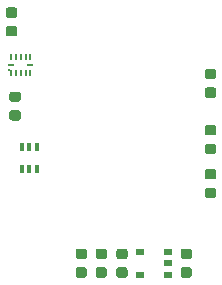
<source format=gtp>
G04 #@! TF.GenerationSoftware,KiCad,Pcbnew,(5.1.5)-3*
G04 #@! TF.CreationDate,2021-07-20T23:34:01+09:00*
G04 #@! TF.ProjectId,pmw3360,706d7733-3336-4302-9e6b-696361645f70,rev?*
G04 #@! TF.SameCoordinates,PX5b136e0PY4bcb138*
G04 #@! TF.FileFunction,Paste,Top*
G04 #@! TF.FilePolarity,Positive*
%FSLAX46Y46*%
G04 Gerber Fmt 4.6, Leading zero omitted, Abs format (unit mm)*
G04 Created by KiCad (PCBNEW (5.1.5)-3) date 2021-07-20 23:34:01*
%MOMM*%
%LPD*%
G04 APERTURE LIST*
%ADD10R,0.800000X0.550000*%
%ADD11C,0.100000*%
%ADD12R,0.400000X0.650000*%
%ADD13R,0.250000X0.150000*%
%ADD14R,0.600000X0.200000*%
%ADD15R,0.200000X0.600000*%
G04 APERTURE END LIST*
D10*
X12200000Y-28350000D03*
X12200000Y-26450000D03*
X14600000Y-26450000D03*
X14600000Y-27400000D03*
X14600000Y-28350000D03*
D11*
G36*
X16427692Y-26163553D02*
G01*
X16448927Y-26166703D01*
X16469751Y-26171919D01*
X16489963Y-26179151D01*
X16509369Y-26188330D01*
X16527782Y-26199366D01*
X16545025Y-26212154D01*
X16560931Y-26226570D01*
X16575347Y-26242476D01*
X16588135Y-26259719D01*
X16599171Y-26278132D01*
X16608350Y-26297538D01*
X16615582Y-26317750D01*
X16620798Y-26338574D01*
X16623948Y-26359809D01*
X16625001Y-26381250D01*
X16625001Y-26818750D01*
X16623948Y-26840191D01*
X16620798Y-26861426D01*
X16615582Y-26882250D01*
X16608350Y-26902462D01*
X16599171Y-26921868D01*
X16588135Y-26940281D01*
X16575347Y-26957524D01*
X16560931Y-26973430D01*
X16545025Y-26987846D01*
X16527782Y-27000634D01*
X16509369Y-27011670D01*
X16489963Y-27020849D01*
X16469751Y-27028081D01*
X16448927Y-27033297D01*
X16427692Y-27036447D01*
X16406251Y-27037500D01*
X15893751Y-27037500D01*
X15872310Y-27036447D01*
X15851075Y-27033297D01*
X15830251Y-27028081D01*
X15810039Y-27020849D01*
X15790633Y-27011670D01*
X15772220Y-27000634D01*
X15754977Y-26987846D01*
X15739071Y-26973430D01*
X15724655Y-26957524D01*
X15711867Y-26940281D01*
X15700831Y-26921868D01*
X15691652Y-26902462D01*
X15684420Y-26882250D01*
X15679204Y-26861426D01*
X15676054Y-26840191D01*
X15675001Y-26818750D01*
X15675001Y-26381250D01*
X15676054Y-26359809D01*
X15679204Y-26338574D01*
X15684420Y-26317750D01*
X15691652Y-26297538D01*
X15700831Y-26278132D01*
X15711867Y-26259719D01*
X15724655Y-26242476D01*
X15739071Y-26226570D01*
X15754977Y-26212154D01*
X15772220Y-26199366D01*
X15790633Y-26188330D01*
X15810039Y-26179151D01*
X15830251Y-26171919D01*
X15851075Y-26166703D01*
X15872310Y-26163553D01*
X15893751Y-26162500D01*
X16406251Y-26162500D01*
X16427692Y-26163553D01*
G37*
G36*
X16427692Y-27738553D02*
G01*
X16448927Y-27741703D01*
X16469751Y-27746919D01*
X16489963Y-27754151D01*
X16509369Y-27763330D01*
X16527782Y-27774366D01*
X16545025Y-27787154D01*
X16560931Y-27801570D01*
X16575347Y-27817476D01*
X16588135Y-27834719D01*
X16599171Y-27853132D01*
X16608350Y-27872538D01*
X16615582Y-27892750D01*
X16620798Y-27913574D01*
X16623948Y-27934809D01*
X16625001Y-27956250D01*
X16625001Y-28393750D01*
X16623948Y-28415191D01*
X16620798Y-28436426D01*
X16615582Y-28457250D01*
X16608350Y-28477462D01*
X16599171Y-28496868D01*
X16588135Y-28515281D01*
X16575347Y-28532524D01*
X16560931Y-28548430D01*
X16545025Y-28562846D01*
X16527782Y-28575634D01*
X16509369Y-28586670D01*
X16489963Y-28595849D01*
X16469751Y-28603081D01*
X16448927Y-28608297D01*
X16427692Y-28611447D01*
X16406251Y-28612500D01*
X15893751Y-28612500D01*
X15872310Y-28611447D01*
X15851075Y-28608297D01*
X15830251Y-28603081D01*
X15810039Y-28595849D01*
X15790633Y-28586670D01*
X15772220Y-28575634D01*
X15754977Y-28562846D01*
X15739071Y-28548430D01*
X15724655Y-28532524D01*
X15711867Y-28515281D01*
X15700831Y-28496868D01*
X15691652Y-28477462D01*
X15684420Y-28457250D01*
X15679204Y-28436426D01*
X15676054Y-28415191D01*
X15675001Y-28393750D01*
X15675001Y-27956250D01*
X15676054Y-27934809D01*
X15679204Y-27913574D01*
X15684420Y-27892750D01*
X15691652Y-27872538D01*
X15700831Y-27853132D01*
X15711867Y-27834719D01*
X15724655Y-27817476D01*
X15739071Y-27801570D01*
X15754977Y-27787154D01*
X15772220Y-27774366D01*
X15790633Y-27763330D01*
X15810039Y-27754151D01*
X15830251Y-27746919D01*
X15851075Y-27741703D01*
X15872310Y-27738553D01*
X15893751Y-27737500D01*
X16406251Y-27737500D01*
X16427692Y-27738553D01*
G37*
G36*
X18477691Y-10938553D02*
G01*
X18498926Y-10941703D01*
X18519750Y-10946919D01*
X18539962Y-10954151D01*
X18559368Y-10963330D01*
X18577781Y-10974366D01*
X18595024Y-10987154D01*
X18610930Y-11001570D01*
X18625346Y-11017476D01*
X18638134Y-11034719D01*
X18649170Y-11053132D01*
X18658349Y-11072538D01*
X18665581Y-11092750D01*
X18670797Y-11113574D01*
X18673947Y-11134809D01*
X18675000Y-11156250D01*
X18675000Y-11593750D01*
X18673947Y-11615191D01*
X18670797Y-11636426D01*
X18665581Y-11657250D01*
X18658349Y-11677462D01*
X18649170Y-11696868D01*
X18638134Y-11715281D01*
X18625346Y-11732524D01*
X18610930Y-11748430D01*
X18595024Y-11762846D01*
X18577781Y-11775634D01*
X18559368Y-11786670D01*
X18539962Y-11795849D01*
X18519750Y-11803081D01*
X18498926Y-11808297D01*
X18477691Y-11811447D01*
X18456250Y-11812500D01*
X17943750Y-11812500D01*
X17922309Y-11811447D01*
X17901074Y-11808297D01*
X17880250Y-11803081D01*
X17860038Y-11795849D01*
X17840632Y-11786670D01*
X17822219Y-11775634D01*
X17804976Y-11762846D01*
X17789070Y-11748430D01*
X17774654Y-11732524D01*
X17761866Y-11715281D01*
X17750830Y-11696868D01*
X17741651Y-11677462D01*
X17734419Y-11657250D01*
X17729203Y-11636426D01*
X17726053Y-11615191D01*
X17725000Y-11593750D01*
X17725000Y-11156250D01*
X17726053Y-11134809D01*
X17729203Y-11113574D01*
X17734419Y-11092750D01*
X17741651Y-11072538D01*
X17750830Y-11053132D01*
X17761866Y-11034719D01*
X17774654Y-11017476D01*
X17789070Y-11001570D01*
X17804976Y-10987154D01*
X17822219Y-10974366D01*
X17840632Y-10963330D01*
X17860038Y-10954151D01*
X17880250Y-10946919D01*
X17901074Y-10941703D01*
X17922309Y-10938553D01*
X17943750Y-10937500D01*
X18456250Y-10937500D01*
X18477691Y-10938553D01*
G37*
G36*
X18477691Y-12513553D02*
G01*
X18498926Y-12516703D01*
X18519750Y-12521919D01*
X18539962Y-12529151D01*
X18559368Y-12538330D01*
X18577781Y-12549366D01*
X18595024Y-12562154D01*
X18610930Y-12576570D01*
X18625346Y-12592476D01*
X18638134Y-12609719D01*
X18649170Y-12628132D01*
X18658349Y-12647538D01*
X18665581Y-12667750D01*
X18670797Y-12688574D01*
X18673947Y-12709809D01*
X18675000Y-12731250D01*
X18675000Y-13168750D01*
X18673947Y-13190191D01*
X18670797Y-13211426D01*
X18665581Y-13232250D01*
X18658349Y-13252462D01*
X18649170Y-13271868D01*
X18638134Y-13290281D01*
X18625346Y-13307524D01*
X18610930Y-13323430D01*
X18595024Y-13337846D01*
X18577781Y-13350634D01*
X18559368Y-13361670D01*
X18539962Y-13370849D01*
X18519750Y-13378081D01*
X18498926Y-13383297D01*
X18477691Y-13386447D01*
X18456250Y-13387500D01*
X17943750Y-13387500D01*
X17922309Y-13386447D01*
X17901074Y-13383297D01*
X17880250Y-13378081D01*
X17860038Y-13370849D01*
X17840632Y-13361670D01*
X17822219Y-13350634D01*
X17804976Y-13337846D01*
X17789070Y-13323430D01*
X17774654Y-13307524D01*
X17761866Y-13290281D01*
X17750830Y-13271868D01*
X17741651Y-13252462D01*
X17734419Y-13232250D01*
X17729203Y-13211426D01*
X17726053Y-13190191D01*
X17725000Y-13168750D01*
X17725000Y-12731250D01*
X17726053Y-12709809D01*
X17729203Y-12688574D01*
X17734419Y-12667750D01*
X17741651Y-12647538D01*
X17750830Y-12628132D01*
X17761866Y-12609719D01*
X17774654Y-12592476D01*
X17789070Y-12576570D01*
X17804976Y-12562154D01*
X17822219Y-12549366D01*
X17840632Y-12538330D01*
X17860038Y-12529151D01*
X17880250Y-12521919D01*
X17901074Y-12516703D01*
X17922309Y-12513553D01*
X17943750Y-12512500D01*
X18456250Y-12512500D01*
X18477691Y-12513553D01*
G37*
G36*
X9227691Y-27738553D02*
G01*
X9248926Y-27741703D01*
X9269750Y-27746919D01*
X9289962Y-27754151D01*
X9309368Y-27763330D01*
X9327781Y-27774366D01*
X9345024Y-27787154D01*
X9360930Y-27801570D01*
X9375346Y-27817476D01*
X9388134Y-27834719D01*
X9399170Y-27853132D01*
X9408349Y-27872538D01*
X9415581Y-27892750D01*
X9420797Y-27913574D01*
X9423947Y-27934809D01*
X9425000Y-27956250D01*
X9425000Y-28393750D01*
X9423947Y-28415191D01*
X9420797Y-28436426D01*
X9415581Y-28457250D01*
X9408349Y-28477462D01*
X9399170Y-28496868D01*
X9388134Y-28515281D01*
X9375346Y-28532524D01*
X9360930Y-28548430D01*
X9345024Y-28562846D01*
X9327781Y-28575634D01*
X9309368Y-28586670D01*
X9289962Y-28595849D01*
X9269750Y-28603081D01*
X9248926Y-28608297D01*
X9227691Y-28611447D01*
X9206250Y-28612500D01*
X8693750Y-28612500D01*
X8672309Y-28611447D01*
X8651074Y-28608297D01*
X8630250Y-28603081D01*
X8610038Y-28595849D01*
X8590632Y-28586670D01*
X8572219Y-28575634D01*
X8554976Y-28562846D01*
X8539070Y-28548430D01*
X8524654Y-28532524D01*
X8511866Y-28515281D01*
X8500830Y-28496868D01*
X8491651Y-28477462D01*
X8484419Y-28457250D01*
X8479203Y-28436426D01*
X8476053Y-28415191D01*
X8475000Y-28393750D01*
X8475000Y-27956250D01*
X8476053Y-27934809D01*
X8479203Y-27913574D01*
X8484419Y-27892750D01*
X8491651Y-27872538D01*
X8500830Y-27853132D01*
X8511866Y-27834719D01*
X8524654Y-27817476D01*
X8539070Y-27801570D01*
X8554976Y-27787154D01*
X8572219Y-27774366D01*
X8590632Y-27763330D01*
X8610038Y-27754151D01*
X8630250Y-27746919D01*
X8651074Y-27741703D01*
X8672309Y-27738553D01*
X8693750Y-27737500D01*
X9206250Y-27737500D01*
X9227691Y-27738553D01*
G37*
G36*
X9227691Y-26163553D02*
G01*
X9248926Y-26166703D01*
X9269750Y-26171919D01*
X9289962Y-26179151D01*
X9309368Y-26188330D01*
X9327781Y-26199366D01*
X9345024Y-26212154D01*
X9360930Y-26226570D01*
X9375346Y-26242476D01*
X9388134Y-26259719D01*
X9399170Y-26278132D01*
X9408349Y-26297538D01*
X9415581Y-26317750D01*
X9420797Y-26338574D01*
X9423947Y-26359809D01*
X9425000Y-26381250D01*
X9425000Y-26818750D01*
X9423947Y-26840191D01*
X9420797Y-26861426D01*
X9415581Y-26882250D01*
X9408349Y-26902462D01*
X9399170Y-26921868D01*
X9388134Y-26940281D01*
X9375346Y-26957524D01*
X9360930Y-26973430D01*
X9345024Y-26987846D01*
X9327781Y-27000634D01*
X9309368Y-27011670D01*
X9289962Y-27020849D01*
X9269750Y-27028081D01*
X9248926Y-27033297D01*
X9227691Y-27036447D01*
X9206250Y-27037500D01*
X8693750Y-27037500D01*
X8672309Y-27036447D01*
X8651074Y-27033297D01*
X8630250Y-27028081D01*
X8610038Y-27020849D01*
X8590632Y-27011670D01*
X8572219Y-27000634D01*
X8554976Y-26987846D01*
X8539070Y-26973430D01*
X8524654Y-26957524D01*
X8511866Y-26940281D01*
X8500830Y-26921868D01*
X8491651Y-26902462D01*
X8484419Y-26882250D01*
X8479203Y-26861426D01*
X8476053Y-26840191D01*
X8475000Y-26818750D01*
X8475000Y-26381250D01*
X8476053Y-26359809D01*
X8479203Y-26338574D01*
X8484419Y-26317750D01*
X8491651Y-26297538D01*
X8500830Y-26278132D01*
X8511866Y-26259719D01*
X8524654Y-26242476D01*
X8539070Y-26226570D01*
X8554976Y-26212154D01*
X8572219Y-26199366D01*
X8590632Y-26188330D01*
X8610038Y-26179151D01*
X8630250Y-26171919D01*
X8651074Y-26166703D01*
X8672309Y-26163553D01*
X8693750Y-26162500D01*
X9206250Y-26162500D01*
X9227691Y-26163553D01*
G37*
G36*
X1627691Y-5738553D02*
G01*
X1648926Y-5741703D01*
X1669750Y-5746919D01*
X1689962Y-5754151D01*
X1709368Y-5763330D01*
X1727781Y-5774366D01*
X1745024Y-5787154D01*
X1760930Y-5801570D01*
X1775346Y-5817476D01*
X1788134Y-5834719D01*
X1799170Y-5853132D01*
X1808349Y-5872538D01*
X1815581Y-5892750D01*
X1820797Y-5913574D01*
X1823947Y-5934809D01*
X1825000Y-5956250D01*
X1825000Y-6393750D01*
X1823947Y-6415191D01*
X1820797Y-6436426D01*
X1815581Y-6457250D01*
X1808349Y-6477462D01*
X1799170Y-6496868D01*
X1788134Y-6515281D01*
X1775346Y-6532524D01*
X1760930Y-6548430D01*
X1745024Y-6562846D01*
X1727781Y-6575634D01*
X1709368Y-6586670D01*
X1689962Y-6595849D01*
X1669750Y-6603081D01*
X1648926Y-6608297D01*
X1627691Y-6611447D01*
X1606250Y-6612500D01*
X1093750Y-6612500D01*
X1072309Y-6611447D01*
X1051074Y-6608297D01*
X1030250Y-6603081D01*
X1010038Y-6595849D01*
X990632Y-6586670D01*
X972219Y-6575634D01*
X954976Y-6562846D01*
X939070Y-6548430D01*
X924654Y-6532524D01*
X911866Y-6515281D01*
X900830Y-6496868D01*
X891651Y-6477462D01*
X884419Y-6457250D01*
X879203Y-6436426D01*
X876053Y-6415191D01*
X875000Y-6393750D01*
X875000Y-5956250D01*
X876053Y-5934809D01*
X879203Y-5913574D01*
X884419Y-5892750D01*
X891651Y-5872538D01*
X900830Y-5853132D01*
X911866Y-5834719D01*
X924654Y-5817476D01*
X939070Y-5801570D01*
X954976Y-5787154D01*
X972219Y-5774366D01*
X990632Y-5763330D01*
X1010038Y-5754151D01*
X1030250Y-5746919D01*
X1051074Y-5741703D01*
X1072309Y-5738553D01*
X1093750Y-5737500D01*
X1606250Y-5737500D01*
X1627691Y-5738553D01*
G37*
G36*
X1627691Y-7313553D02*
G01*
X1648926Y-7316703D01*
X1669750Y-7321919D01*
X1689962Y-7329151D01*
X1709368Y-7338330D01*
X1727781Y-7349366D01*
X1745024Y-7362154D01*
X1760930Y-7376570D01*
X1775346Y-7392476D01*
X1788134Y-7409719D01*
X1799170Y-7428132D01*
X1808349Y-7447538D01*
X1815581Y-7467750D01*
X1820797Y-7488574D01*
X1823947Y-7509809D01*
X1825000Y-7531250D01*
X1825000Y-7968750D01*
X1823947Y-7990191D01*
X1820797Y-8011426D01*
X1815581Y-8032250D01*
X1808349Y-8052462D01*
X1799170Y-8071868D01*
X1788134Y-8090281D01*
X1775346Y-8107524D01*
X1760930Y-8123430D01*
X1745024Y-8137846D01*
X1727781Y-8150634D01*
X1709368Y-8161670D01*
X1689962Y-8170849D01*
X1669750Y-8178081D01*
X1648926Y-8183297D01*
X1627691Y-8186447D01*
X1606250Y-8187500D01*
X1093750Y-8187500D01*
X1072309Y-8186447D01*
X1051074Y-8183297D01*
X1030250Y-8178081D01*
X1010038Y-8170849D01*
X990632Y-8161670D01*
X972219Y-8150634D01*
X954976Y-8137846D01*
X939070Y-8123430D01*
X924654Y-8107524D01*
X911866Y-8090281D01*
X900830Y-8071868D01*
X891651Y-8052462D01*
X884419Y-8032250D01*
X879203Y-8011426D01*
X876053Y-7990191D01*
X875000Y-7968750D01*
X875000Y-7531250D01*
X876053Y-7509809D01*
X879203Y-7488574D01*
X884419Y-7467750D01*
X891651Y-7447538D01*
X900830Y-7428132D01*
X911866Y-7409719D01*
X924654Y-7392476D01*
X939070Y-7376570D01*
X954976Y-7362154D01*
X972219Y-7349366D01*
X990632Y-7338330D01*
X1010038Y-7329151D01*
X1030250Y-7321919D01*
X1051074Y-7316703D01*
X1072309Y-7313553D01*
X1093750Y-7312500D01*
X1606250Y-7312500D01*
X1627691Y-7313553D01*
G37*
G36*
X1927691Y-12863553D02*
G01*
X1948926Y-12866703D01*
X1969750Y-12871919D01*
X1989962Y-12879151D01*
X2009368Y-12888330D01*
X2027781Y-12899366D01*
X2045024Y-12912154D01*
X2060930Y-12926570D01*
X2075346Y-12942476D01*
X2088134Y-12959719D01*
X2099170Y-12978132D01*
X2108349Y-12997538D01*
X2115581Y-13017750D01*
X2120797Y-13038574D01*
X2123947Y-13059809D01*
X2125000Y-13081250D01*
X2125000Y-13518750D01*
X2123947Y-13540191D01*
X2120797Y-13561426D01*
X2115581Y-13582250D01*
X2108349Y-13602462D01*
X2099170Y-13621868D01*
X2088134Y-13640281D01*
X2075346Y-13657524D01*
X2060930Y-13673430D01*
X2045024Y-13687846D01*
X2027781Y-13700634D01*
X2009368Y-13711670D01*
X1989962Y-13720849D01*
X1969750Y-13728081D01*
X1948926Y-13733297D01*
X1927691Y-13736447D01*
X1906250Y-13737500D01*
X1393750Y-13737500D01*
X1372309Y-13736447D01*
X1351074Y-13733297D01*
X1330250Y-13728081D01*
X1310038Y-13720849D01*
X1290632Y-13711670D01*
X1272219Y-13700634D01*
X1254976Y-13687846D01*
X1239070Y-13673430D01*
X1224654Y-13657524D01*
X1211866Y-13640281D01*
X1200830Y-13621868D01*
X1191651Y-13602462D01*
X1184419Y-13582250D01*
X1179203Y-13561426D01*
X1176053Y-13540191D01*
X1175000Y-13518750D01*
X1175000Y-13081250D01*
X1176053Y-13059809D01*
X1179203Y-13038574D01*
X1184419Y-13017750D01*
X1191651Y-12997538D01*
X1200830Y-12978132D01*
X1211866Y-12959719D01*
X1224654Y-12942476D01*
X1239070Y-12926570D01*
X1254976Y-12912154D01*
X1272219Y-12899366D01*
X1290632Y-12888330D01*
X1310038Y-12879151D01*
X1330250Y-12871919D01*
X1351074Y-12866703D01*
X1372309Y-12863553D01*
X1393750Y-12862500D01*
X1906250Y-12862500D01*
X1927691Y-12863553D01*
G37*
G36*
X1927691Y-14438553D02*
G01*
X1948926Y-14441703D01*
X1969750Y-14446919D01*
X1989962Y-14454151D01*
X2009368Y-14463330D01*
X2027781Y-14474366D01*
X2045024Y-14487154D01*
X2060930Y-14501570D01*
X2075346Y-14517476D01*
X2088134Y-14534719D01*
X2099170Y-14553132D01*
X2108349Y-14572538D01*
X2115581Y-14592750D01*
X2120797Y-14613574D01*
X2123947Y-14634809D01*
X2125000Y-14656250D01*
X2125000Y-15093750D01*
X2123947Y-15115191D01*
X2120797Y-15136426D01*
X2115581Y-15157250D01*
X2108349Y-15177462D01*
X2099170Y-15196868D01*
X2088134Y-15215281D01*
X2075346Y-15232524D01*
X2060930Y-15248430D01*
X2045024Y-15262846D01*
X2027781Y-15275634D01*
X2009368Y-15286670D01*
X1989962Y-15295849D01*
X1969750Y-15303081D01*
X1948926Y-15308297D01*
X1927691Y-15311447D01*
X1906250Y-15312500D01*
X1393750Y-15312500D01*
X1372309Y-15311447D01*
X1351074Y-15308297D01*
X1330250Y-15303081D01*
X1310038Y-15295849D01*
X1290632Y-15286670D01*
X1272219Y-15275634D01*
X1254976Y-15262846D01*
X1239070Y-15248430D01*
X1224654Y-15232524D01*
X1211866Y-15215281D01*
X1200830Y-15196868D01*
X1191651Y-15177462D01*
X1184419Y-15157250D01*
X1179203Y-15136426D01*
X1176053Y-15115191D01*
X1175000Y-15093750D01*
X1175000Y-14656250D01*
X1176053Y-14634809D01*
X1179203Y-14613574D01*
X1184419Y-14592750D01*
X1191651Y-14572538D01*
X1200830Y-14553132D01*
X1211866Y-14534719D01*
X1224654Y-14517476D01*
X1239070Y-14501570D01*
X1254976Y-14487154D01*
X1272219Y-14474366D01*
X1290632Y-14463330D01*
X1310038Y-14454151D01*
X1330250Y-14446919D01*
X1351074Y-14441703D01*
X1372309Y-14438553D01*
X1393750Y-14437500D01*
X1906250Y-14437500D01*
X1927691Y-14438553D01*
G37*
G36*
X7527691Y-26163553D02*
G01*
X7548926Y-26166703D01*
X7569750Y-26171919D01*
X7589962Y-26179151D01*
X7609368Y-26188330D01*
X7627781Y-26199366D01*
X7645024Y-26212154D01*
X7660930Y-26226570D01*
X7675346Y-26242476D01*
X7688134Y-26259719D01*
X7699170Y-26278132D01*
X7708349Y-26297538D01*
X7715581Y-26317750D01*
X7720797Y-26338574D01*
X7723947Y-26359809D01*
X7725000Y-26381250D01*
X7725000Y-26818750D01*
X7723947Y-26840191D01*
X7720797Y-26861426D01*
X7715581Y-26882250D01*
X7708349Y-26902462D01*
X7699170Y-26921868D01*
X7688134Y-26940281D01*
X7675346Y-26957524D01*
X7660930Y-26973430D01*
X7645024Y-26987846D01*
X7627781Y-27000634D01*
X7609368Y-27011670D01*
X7589962Y-27020849D01*
X7569750Y-27028081D01*
X7548926Y-27033297D01*
X7527691Y-27036447D01*
X7506250Y-27037500D01*
X6993750Y-27037500D01*
X6972309Y-27036447D01*
X6951074Y-27033297D01*
X6930250Y-27028081D01*
X6910038Y-27020849D01*
X6890632Y-27011670D01*
X6872219Y-27000634D01*
X6854976Y-26987846D01*
X6839070Y-26973430D01*
X6824654Y-26957524D01*
X6811866Y-26940281D01*
X6800830Y-26921868D01*
X6791651Y-26902462D01*
X6784419Y-26882250D01*
X6779203Y-26861426D01*
X6776053Y-26840191D01*
X6775000Y-26818750D01*
X6775000Y-26381250D01*
X6776053Y-26359809D01*
X6779203Y-26338574D01*
X6784419Y-26317750D01*
X6791651Y-26297538D01*
X6800830Y-26278132D01*
X6811866Y-26259719D01*
X6824654Y-26242476D01*
X6839070Y-26226570D01*
X6854976Y-26212154D01*
X6872219Y-26199366D01*
X6890632Y-26188330D01*
X6910038Y-26179151D01*
X6930250Y-26171919D01*
X6951074Y-26166703D01*
X6972309Y-26163553D01*
X6993750Y-26162500D01*
X7506250Y-26162500D01*
X7527691Y-26163553D01*
G37*
G36*
X7527691Y-27738553D02*
G01*
X7548926Y-27741703D01*
X7569750Y-27746919D01*
X7589962Y-27754151D01*
X7609368Y-27763330D01*
X7627781Y-27774366D01*
X7645024Y-27787154D01*
X7660930Y-27801570D01*
X7675346Y-27817476D01*
X7688134Y-27834719D01*
X7699170Y-27853132D01*
X7708349Y-27872538D01*
X7715581Y-27892750D01*
X7720797Y-27913574D01*
X7723947Y-27934809D01*
X7725000Y-27956250D01*
X7725000Y-28393750D01*
X7723947Y-28415191D01*
X7720797Y-28436426D01*
X7715581Y-28457250D01*
X7708349Y-28477462D01*
X7699170Y-28496868D01*
X7688134Y-28515281D01*
X7675346Y-28532524D01*
X7660930Y-28548430D01*
X7645024Y-28562846D01*
X7627781Y-28575634D01*
X7609368Y-28586670D01*
X7589962Y-28595849D01*
X7569750Y-28603081D01*
X7548926Y-28608297D01*
X7527691Y-28611447D01*
X7506250Y-28612500D01*
X6993750Y-28612500D01*
X6972309Y-28611447D01*
X6951074Y-28608297D01*
X6930250Y-28603081D01*
X6910038Y-28595849D01*
X6890632Y-28586670D01*
X6872219Y-28575634D01*
X6854976Y-28562846D01*
X6839070Y-28548430D01*
X6824654Y-28532524D01*
X6811866Y-28515281D01*
X6800830Y-28496868D01*
X6791651Y-28477462D01*
X6784419Y-28457250D01*
X6779203Y-28436426D01*
X6776053Y-28415191D01*
X6775000Y-28393750D01*
X6775000Y-27956250D01*
X6776053Y-27934809D01*
X6779203Y-27913574D01*
X6784419Y-27892750D01*
X6791651Y-27872538D01*
X6800830Y-27853132D01*
X6811866Y-27834719D01*
X6824654Y-27817476D01*
X6839070Y-27801570D01*
X6854976Y-27787154D01*
X6872219Y-27774366D01*
X6890632Y-27763330D01*
X6910038Y-27754151D01*
X6930250Y-27746919D01*
X6951074Y-27741703D01*
X6972309Y-27738553D01*
X6993750Y-27737500D01*
X7506250Y-27737500D01*
X7527691Y-27738553D01*
G37*
G36*
X10977691Y-26163553D02*
G01*
X10998926Y-26166703D01*
X11019750Y-26171919D01*
X11039962Y-26179151D01*
X11059368Y-26188330D01*
X11077781Y-26199366D01*
X11095024Y-26212154D01*
X11110930Y-26226570D01*
X11125346Y-26242476D01*
X11138134Y-26259719D01*
X11149170Y-26278132D01*
X11158349Y-26297538D01*
X11165581Y-26317750D01*
X11170797Y-26338574D01*
X11173947Y-26359809D01*
X11175000Y-26381250D01*
X11175000Y-26818750D01*
X11173947Y-26840191D01*
X11170797Y-26861426D01*
X11165581Y-26882250D01*
X11158349Y-26902462D01*
X11149170Y-26921868D01*
X11138134Y-26940281D01*
X11125346Y-26957524D01*
X11110930Y-26973430D01*
X11095024Y-26987846D01*
X11077781Y-27000634D01*
X11059368Y-27011670D01*
X11039962Y-27020849D01*
X11019750Y-27028081D01*
X10998926Y-27033297D01*
X10977691Y-27036447D01*
X10956250Y-27037500D01*
X10443750Y-27037500D01*
X10422309Y-27036447D01*
X10401074Y-27033297D01*
X10380250Y-27028081D01*
X10360038Y-27020849D01*
X10340632Y-27011670D01*
X10322219Y-27000634D01*
X10304976Y-26987846D01*
X10289070Y-26973430D01*
X10274654Y-26957524D01*
X10261866Y-26940281D01*
X10250830Y-26921868D01*
X10241651Y-26902462D01*
X10234419Y-26882250D01*
X10229203Y-26861426D01*
X10226053Y-26840191D01*
X10225000Y-26818750D01*
X10225000Y-26381250D01*
X10226053Y-26359809D01*
X10229203Y-26338574D01*
X10234419Y-26317750D01*
X10241651Y-26297538D01*
X10250830Y-26278132D01*
X10261866Y-26259719D01*
X10274654Y-26242476D01*
X10289070Y-26226570D01*
X10304976Y-26212154D01*
X10322219Y-26199366D01*
X10340632Y-26188330D01*
X10360038Y-26179151D01*
X10380250Y-26171919D01*
X10401074Y-26166703D01*
X10422309Y-26163553D01*
X10443750Y-26162500D01*
X10956250Y-26162500D01*
X10977691Y-26163553D01*
G37*
G36*
X10977691Y-27738553D02*
G01*
X10998926Y-27741703D01*
X11019750Y-27746919D01*
X11039962Y-27754151D01*
X11059368Y-27763330D01*
X11077781Y-27774366D01*
X11095024Y-27787154D01*
X11110930Y-27801570D01*
X11125346Y-27817476D01*
X11138134Y-27834719D01*
X11149170Y-27853132D01*
X11158349Y-27872538D01*
X11165581Y-27892750D01*
X11170797Y-27913574D01*
X11173947Y-27934809D01*
X11175000Y-27956250D01*
X11175000Y-28393750D01*
X11173947Y-28415191D01*
X11170797Y-28436426D01*
X11165581Y-28457250D01*
X11158349Y-28477462D01*
X11149170Y-28496868D01*
X11138134Y-28515281D01*
X11125346Y-28532524D01*
X11110930Y-28548430D01*
X11095024Y-28562846D01*
X11077781Y-28575634D01*
X11059368Y-28586670D01*
X11039962Y-28595849D01*
X11019750Y-28603081D01*
X10998926Y-28608297D01*
X10977691Y-28611447D01*
X10956250Y-28612500D01*
X10443750Y-28612500D01*
X10422309Y-28611447D01*
X10401074Y-28608297D01*
X10380250Y-28603081D01*
X10360038Y-28595849D01*
X10340632Y-28586670D01*
X10322219Y-28575634D01*
X10304976Y-28562846D01*
X10289070Y-28548430D01*
X10274654Y-28532524D01*
X10261866Y-28515281D01*
X10250830Y-28496868D01*
X10241651Y-28477462D01*
X10234419Y-28457250D01*
X10229203Y-28436426D01*
X10226053Y-28415191D01*
X10225000Y-28393750D01*
X10225000Y-27956250D01*
X10226053Y-27934809D01*
X10229203Y-27913574D01*
X10234419Y-27892750D01*
X10241651Y-27872538D01*
X10250830Y-27853132D01*
X10261866Y-27834719D01*
X10274654Y-27817476D01*
X10289070Y-27801570D01*
X10304976Y-27787154D01*
X10322219Y-27774366D01*
X10340632Y-27763330D01*
X10360038Y-27754151D01*
X10380250Y-27746919D01*
X10401074Y-27741703D01*
X10422309Y-27738553D01*
X10443750Y-27737500D01*
X10956250Y-27737500D01*
X10977691Y-27738553D01*
G37*
G36*
X18477691Y-15688553D02*
G01*
X18498926Y-15691703D01*
X18519750Y-15696919D01*
X18539962Y-15704151D01*
X18559368Y-15713330D01*
X18577781Y-15724366D01*
X18595024Y-15737154D01*
X18610930Y-15751570D01*
X18625346Y-15767476D01*
X18638134Y-15784719D01*
X18649170Y-15803132D01*
X18658349Y-15822538D01*
X18665581Y-15842750D01*
X18670797Y-15863574D01*
X18673947Y-15884809D01*
X18675000Y-15906250D01*
X18675000Y-16343750D01*
X18673947Y-16365191D01*
X18670797Y-16386426D01*
X18665581Y-16407250D01*
X18658349Y-16427462D01*
X18649170Y-16446868D01*
X18638134Y-16465281D01*
X18625346Y-16482524D01*
X18610930Y-16498430D01*
X18595024Y-16512846D01*
X18577781Y-16525634D01*
X18559368Y-16536670D01*
X18539962Y-16545849D01*
X18519750Y-16553081D01*
X18498926Y-16558297D01*
X18477691Y-16561447D01*
X18456250Y-16562500D01*
X17943750Y-16562500D01*
X17922309Y-16561447D01*
X17901074Y-16558297D01*
X17880250Y-16553081D01*
X17860038Y-16545849D01*
X17840632Y-16536670D01*
X17822219Y-16525634D01*
X17804976Y-16512846D01*
X17789070Y-16498430D01*
X17774654Y-16482524D01*
X17761866Y-16465281D01*
X17750830Y-16446868D01*
X17741651Y-16427462D01*
X17734419Y-16407250D01*
X17729203Y-16386426D01*
X17726053Y-16365191D01*
X17725000Y-16343750D01*
X17725000Y-15906250D01*
X17726053Y-15884809D01*
X17729203Y-15863574D01*
X17734419Y-15842750D01*
X17741651Y-15822538D01*
X17750830Y-15803132D01*
X17761866Y-15784719D01*
X17774654Y-15767476D01*
X17789070Y-15751570D01*
X17804976Y-15737154D01*
X17822219Y-15724366D01*
X17840632Y-15713330D01*
X17860038Y-15704151D01*
X17880250Y-15696919D01*
X17901074Y-15691703D01*
X17922309Y-15688553D01*
X17943750Y-15687500D01*
X18456250Y-15687500D01*
X18477691Y-15688553D01*
G37*
G36*
X18477691Y-17263553D02*
G01*
X18498926Y-17266703D01*
X18519750Y-17271919D01*
X18539962Y-17279151D01*
X18559368Y-17288330D01*
X18577781Y-17299366D01*
X18595024Y-17312154D01*
X18610930Y-17326570D01*
X18625346Y-17342476D01*
X18638134Y-17359719D01*
X18649170Y-17378132D01*
X18658349Y-17397538D01*
X18665581Y-17417750D01*
X18670797Y-17438574D01*
X18673947Y-17459809D01*
X18675000Y-17481250D01*
X18675000Y-17918750D01*
X18673947Y-17940191D01*
X18670797Y-17961426D01*
X18665581Y-17982250D01*
X18658349Y-18002462D01*
X18649170Y-18021868D01*
X18638134Y-18040281D01*
X18625346Y-18057524D01*
X18610930Y-18073430D01*
X18595024Y-18087846D01*
X18577781Y-18100634D01*
X18559368Y-18111670D01*
X18539962Y-18120849D01*
X18519750Y-18128081D01*
X18498926Y-18133297D01*
X18477691Y-18136447D01*
X18456250Y-18137500D01*
X17943750Y-18137500D01*
X17922309Y-18136447D01*
X17901074Y-18133297D01*
X17880250Y-18128081D01*
X17860038Y-18120849D01*
X17840632Y-18111670D01*
X17822219Y-18100634D01*
X17804976Y-18087846D01*
X17789070Y-18073430D01*
X17774654Y-18057524D01*
X17761866Y-18040281D01*
X17750830Y-18021868D01*
X17741651Y-18002462D01*
X17734419Y-17982250D01*
X17729203Y-17961426D01*
X17726053Y-17940191D01*
X17725000Y-17918750D01*
X17725000Y-17481250D01*
X17726053Y-17459809D01*
X17729203Y-17438574D01*
X17734419Y-17417750D01*
X17741651Y-17397538D01*
X17750830Y-17378132D01*
X17761866Y-17359719D01*
X17774654Y-17342476D01*
X17789070Y-17326570D01*
X17804976Y-17312154D01*
X17822219Y-17299366D01*
X17840632Y-17288330D01*
X17860038Y-17279151D01*
X17880250Y-17271919D01*
X17901074Y-17266703D01*
X17922309Y-17263553D01*
X17943750Y-17262500D01*
X18456250Y-17262500D01*
X18477691Y-17263553D01*
G37*
G36*
X18477691Y-20988553D02*
G01*
X18498926Y-20991703D01*
X18519750Y-20996919D01*
X18539962Y-21004151D01*
X18559368Y-21013330D01*
X18577781Y-21024366D01*
X18595024Y-21037154D01*
X18610930Y-21051570D01*
X18625346Y-21067476D01*
X18638134Y-21084719D01*
X18649170Y-21103132D01*
X18658349Y-21122538D01*
X18665581Y-21142750D01*
X18670797Y-21163574D01*
X18673947Y-21184809D01*
X18675000Y-21206250D01*
X18675000Y-21643750D01*
X18673947Y-21665191D01*
X18670797Y-21686426D01*
X18665581Y-21707250D01*
X18658349Y-21727462D01*
X18649170Y-21746868D01*
X18638134Y-21765281D01*
X18625346Y-21782524D01*
X18610930Y-21798430D01*
X18595024Y-21812846D01*
X18577781Y-21825634D01*
X18559368Y-21836670D01*
X18539962Y-21845849D01*
X18519750Y-21853081D01*
X18498926Y-21858297D01*
X18477691Y-21861447D01*
X18456250Y-21862500D01*
X17943750Y-21862500D01*
X17922309Y-21861447D01*
X17901074Y-21858297D01*
X17880250Y-21853081D01*
X17860038Y-21845849D01*
X17840632Y-21836670D01*
X17822219Y-21825634D01*
X17804976Y-21812846D01*
X17789070Y-21798430D01*
X17774654Y-21782524D01*
X17761866Y-21765281D01*
X17750830Y-21746868D01*
X17741651Y-21727462D01*
X17734419Y-21707250D01*
X17729203Y-21686426D01*
X17726053Y-21665191D01*
X17725000Y-21643750D01*
X17725000Y-21206250D01*
X17726053Y-21184809D01*
X17729203Y-21163574D01*
X17734419Y-21142750D01*
X17741651Y-21122538D01*
X17750830Y-21103132D01*
X17761866Y-21084719D01*
X17774654Y-21067476D01*
X17789070Y-21051570D01*
X17804976Y-21037154D01*
X17822219Y-21024366D01*
X17840632Y-21013330D01*
X17860038Y-21004151D01*
X17880250Y-20996919D01*
X17901074Y-20991703D01*
X17922309Y-20988553D01*
X17943750Y-20987500D01*
X18456250Y-20987500D01*
X18477691Y-20988553D01*
G37*
G36*
X18477691Y-19413553D02*
G01*
X18498926Y-19416703D01*
X18519750Y-19421919D01*
X18539962Y-19429151D01*
X18559368Y-19438330D01*
X18577781Y-19449366D01*
X18595024Y-19462154D01*
X18610930Y-19476570D01*
X18625346Y-19492476D01*
X18638134Y-19509719D01*
X18649170Y-19528132D01*
X18658349Y-19547538D01*
X18665581Y-19567750D01*
X18670797Y-19588574D01*
X18673947Y-19609809D01*
X18675000Y-19631250D01*
X18675000Y-20068750D01*
X18673947Y-20090191D01*
X18670797Y-20111426D01*
X18665581Y-20132250D01*
X18658349Y-20152462D01*
X18649170Y-20171868D01*
X18638134Y-20190281D01*
X18625346Y-20207524D01*
X18610930Y-20223430D01*
X18595024Y-20237846D01*
X18577781Y-20250634D01*
X18559368Y-20261670D01*
X18539962Y-20270849D01*
X18519750Y-20278081D01*
X18498926Y-20283297D01*
X18477691Y-20286447D01*
X18456250Y-20287500D01*
X17943750Y-20287500D01*
X17922309Y-20286447D01*
X17901074Y-20283297D01*
X17880250Y-20278081D01*
X17860038Y-20270849D01*
X17840632Y-20261670D01*
X17822219Y-20250634D01*
X17804976Y-20237846D01*
X17789070Y-20223430D01*
X17774654Y-20207524D01*
X17761866Y-20190281D01*
X17750830Y-20171868D01*
X17741651Y-20152462D01*
X17734419Y-20132250D01*
X17729203Y-20111426D01*
X17726053Y-20090191D01*
X17725000Y-20068750D01*
X17725000Y-19631250D01*
X17726053Y-19609809D01*
X17729203Y-19588574D01*
X17734419Y-19567750D01*
X17741651Y-19547538D01*
X17750830Y-19528132D01*
X17761866Y-19509719D01*
X17774654Y-19492476D01*
X17789070Y-19476570D01*
X17804976Y-19462154D01*
X17822219Y-19449366D01*
X17840632Y-19438330D01*
X17860038Y-19429151D01*
X17880250Y-19421919D01*
X17901074Y-19416703D01*
X17922309Y-19413553D01*
X17943750Y-19412500D01*
X18456250Y-19412500D01*
X18477691Y-19413553D01*
G37*
D12*
X2200000Y-17550000D03*
X3500000Y-17550000D03*
X2850000Y-19450000D03*
X2850000Y-17550000D03*
X3500000Y-19450000D03*
X2200000Y-19450000D03*
D13*
X1175000Y-11025000D03*
D14*
X1350000Y-10600000D03*
D15*
X1350000Y-9950000D03*
X1750000Y-9950000D03*
X2150000Y-9950000D03*
X2550000Y-9950000D03*
X2950000Y-9950000D03*
D14*
X2950000Y-10600000D03*
D15*
X2950000Y-11250000D03*
X2550000Y-11250000D03*
X2150000Y-11250000D03*
X1750000Y-11250000D03*
X1350000Y-11250000D03*
M02*

</source>
